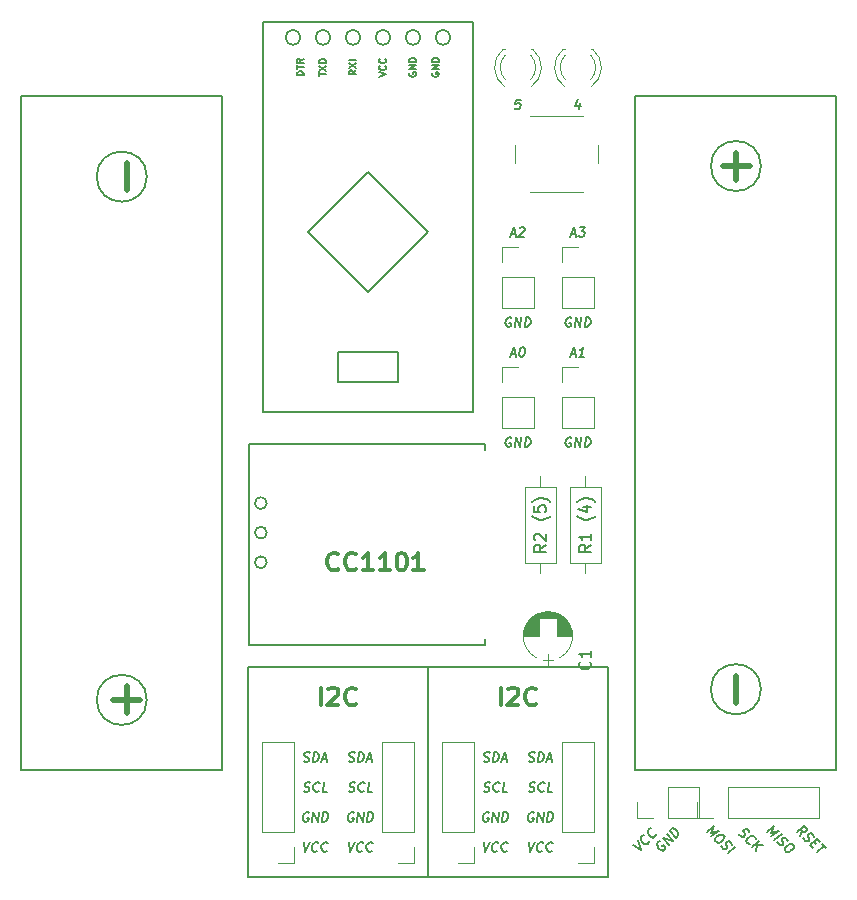
<source format=gbr>
G04 #@! TF.FileFunction,Legend,Top*
%FSLAX46Y46*%
G04 Gerber Fmt 4.6, Leading zero omitted, Abs format (unit mm)*
G04 Created by KiCad (PCBNEW 4.0.7) date 04/25/18 22:19:43*
%MOMM*%
%LPD*%
G01*
G04 APERTURE LIST*
%ADD10C,0.100000*%
%ADD11C,0.150000*%
%ADD12C,0.300000*%
%ADD13C,0.200000*%
%ADD14C,0.120000*%
%ADD15C,0.500000*%
G04 APERTURE END LIST*
D10*
D11*
X148407381Y-122975476D02*
X147931190Y-123308810D01*
X148407381Y-123546905D02*
X147407381Y-123546905D01*
X147407381Y-123165952D01*
X147455000Y-123070714D01*
X147502619Y-123023095D01*
X147597857Y-122975476D01*
X147740714Y-122975476D01*
X147835952Y-123023095D01*
X147883571Y-123070714D01*
X147931190Y-123165952D01*
X147931190Y-123546905D01*
X147502619Y-122594524D02*
X147455000Y-122546905D01*
X147407381Y-122451667D01*
X147407381Y-122213571D01*
X147455000Y-122118333D01*
X147502619Y-122070714D01*
X147597857Y-122023095D01*
X147693095Y-122023095D01*
X147835952Y-122070714D01*
X148407381Y-122642143D01*
X148407381Y-122023095D01*
X148788333Y-120546904D02*
X148740714Y-120594524D01*
X148597857Y-120689762D01*
X148502619Y-120737381D01*
X148359762Y-120785000D01*
X148121667Y-120832619D01*
X147931190Y-120832619D01*
X147693095Y-120785000D01*
X147550238Y-120737381D01*
X147455000Y-120689762D01*
X147312143Y-120594524D01*
X147264524Y-120546904D01*
X147407381Y-119689761D02*
X147407381Y-120165952D01*
X147883571Y-120213571D01*
X147835952Y-120165952D01*
X147788333Y-120070714D01*
X147788333Y-119832618D01*
X147835952Y-119737380D01*
X147883571Y-119689761D01*
X147978810Y-119642142D01*
X148216905Y-119642142D01*
X148312143Y-119689761D01*
X148359762Y-119737380D01*
X148407381Y-119832618D01*
X148407381Y-120070714D01*
X148359762Y-120165952D01*
X148312143Y-120213571D01*
X148788333Y-119308809D02*
X148740714Y-119261190D01*
X148597857Y-119165952D01*
X148502619Y-119118333D01*
X148359762Y-119070714D01*
X148121667Y-119023095D01*
X147931190Y-119023095D01*
X147693095Y-119070714D01*
X147550238Y-119118333D01*
X147455000Y-119165952D01*
X147312143Y-119261190D01*
X147264524Y-119308809D01*
X152217381Y-122975476D02*
X151741190Y-123308810D01*
X152217381Y-123546905D02*
X151217381Y-123546905D01*
X151217381Y-123165952D01*
X151265000Y-123070714D01*
X151312619Y-123023095D01*
X151407857Y-122975476D01*
X151550714Y-122975476D01*
X151645952Y-123023095D01*
X151693571Y-123070714D01*
X151741190Y-123165952D01*
X151741190Y-123546905D01*
X152217381Y-122023095D02*
X152217381Y-122594524D01*
X152217381Y-122308810D02*
X151217381Y-122308810D01*
X151360238Y-122404048D01*
X151455476Y-122499286D01*
X151503095Y-122594524D01*
X152598333Y-120546904D02*
X152550714Y-120594524D01*
X152407857Y-120689762D01*
X152312619Y-120737381D01*
X152169762Y-120785000D01*
X151931667Y-120832619D01*
X151741190Y-120832619D01*
X151503095Y-120785000D01*
X151360238Y-120737381D01*
X151265000Y-120689762D01*
X151122143Y-120594524D01*
X151074524Y-120546904D01*
X151550714Y-119737380D02*
X152217381Y-119737380D01*
X151169762Y-119975476D02*
X151884048Y-120213571D01*
X151884048Y-119594523D01*
X152598333Y-119308809D02*
X152550714Y-119261190D01*
X152407857Y-119165952D01*
X152312619Y-119118333D01*
X152169762Y-119070714D01*
X151931667Y-119023095D01*
X151741190Y-119023095D01*
X151503095Y-119070714D01*
X151360238Y-119118333D01*
X151265000Y-119165952D01*
X151122143Y-119261190D01*
X151074524Y-119308809D01*
D12*
X130842144Y-124995714D02*
X130770715Y-125067143D01*
X130556429Y-125138571D01*
X130413572Y-125138571D01*
X130199287Y-125067143D01*
X130056429Y-124924286D01*
X129985001Y-124781429D01*
X129913572Y-124495714D01*
X129913572Y-124281429D01*
X129985001Y-123995714D01*
X130056429Y-123852857D01*
X130199287Y-123710000D01*
X130413572Y-123638571D01*
X130556429Y-123638571D01*
X130770715Y-123710000D01*
X130842144Y-123781429D01*
X132342144Y-124995714D02*
X132270715Y-125067143D01*
X132056429Y-125138571D01*
X131913572Y-125138571D01*
X131699287Y-125067143D01*
X131556429Y-124924286D01*
X131485001Y-124781429D01*
X131413572Y-124495714D01*
X131413572Y-124281429D01*
X131485001Y-123995714D01*
X131556429Y-123852857D01*
X131699287Y-123710000D01*
X131913572Y-123638571D01*
X132056429Y-123638571D01*
X132270715Y-123710000D01*
X132342144Y-123781429D01*
X133770715Y-125138571D02*
X132913572Y-125138571D01*
X133342144Y-125138571D02*
X133342144Y-123638571D01*
X133199287Y-123852857D01*
X133056429Y-123995714D01*
X132913572Y-124067143D01*
X135199286Y-125138571D02*
X134342143Y-125138571D01*
X134770715Y-125138571D02*
X134770715Y-123638571D01*
X134627858Y-123852857D01*
X134485000Y-123995714D01*
X134342143Y-124067143D01*
X136127857Y-123638571D02*
X136270714Y-123638571D01*
X136413571Y-123710000D01*
X136485000Y-123781429D01*
X136556429Y-123924286D01*
X136627857Y-124210000D01*
X136627857Y-124567143D01*
X136556429Y-124852857D01*
X136485000Y-124995714D01*
X136413571Y-125067143D01*
X136270714Y-125138571D01*
X136127857Y-125138571D01*
X135985000Y-125067143D01*
X135913571Y-124995714D01*
X135842143Y-124852857D01*
X135770714Y-124567143D01*
X135770714Y-124210000D01*
X135842143Y-123924286D01*
X135913571Y-123781429D01*
X135985000Y-123710000D01*
X136127857Y-123638571D01*
X138056428Y-125138571D02*
X137199285Y-125138571D01*
X137627857Y-125138571D02*
X137627857Y-123638571D01*
X137485000Y-123852857D01*
X137342142Y-123995714D01*
X137199285Y-124067143D01*
X144585715Y-136568571D02*
X144585715Y-135068571D01*
X145228572Y-135211429D02*
X145300001Y-135140000D01*
X145442858Y-135068571D01*
X145800001Y-135068571D01*
X145942858Y-135140000D01*
X146014287Y-135211429D01*
X146085715Y-135354286D01*
X146085715Y-135497143D01*
X146014287Y-135711429D01*
X145157144Y-136568571D01*
X146085715Y-136568571D01*
X147585715Y-136425714D02*
X147514286Y-136497143D01*
X147300000Y-136568571D01*
X147157143Y-136568571D01*
X146942858Y-136497143D01*
X146800000Y-136354286D01*
X146728572Y-136211429D01*
X146657143Y-135925714D01*
X146657143Y-135711429D01*
X146728572Y-135425714D01*
X146800000Y-135282857D01*
X146942858Y-135140000D01*
X147157143Y-135068571D01*
X147300000Y-135068571D01*
X147514286Y-135140000D01*
X147585715Y-135211429D01*
X129345715Y-136568571D02*
X129345715Y-135068571D01*
X129988572Y-135211429D02*
X130060001Y-135140000D01*
X130202858Y-135068571D01*
X130560001Y-135068571D01*
X130702858Y-135140000D01*
X130774287Y-135211429D01*
X130845715Y-135354286D01*
X130845715Y-135497143D01*
X130774287Y-135711429D01*
X129917144Y-136568571D01*
X130845715Y-136568571D01*
X132345715Y-136425714D02*
X132274286Y-136497143D01*
X132060000Y-136568571D01*
X131917143Y-136568571D01*
X131702858Y-136497143D01*
X131560000Y-136354286D01*
X131488572Y-136211429D01*
X131417143Y-135925714D01*
X131417143Y-135711429D01*
X131488572Y-135425714D01*
X131560000Y-135282857D01*
X131702858Y-135140000D01*
X131917143Y-135068571D01*
X132060000Y-135068571D01*
X132274286Y-135140000D01*
X132345715Y-135211429D01*
D11*
X169961421Y-147613232D02*
X170075905Y-147188967D01*
X169638172Y-147289983D02*
X170274568Y-146795008D01*
X170490067Y-147010508D01*
X170513638Y-147087953D01*
X170510271Y-147138460D01*
X170476598Y-147212538D01*
X170385686Y-147283249D01*
X170298139Y-147303452D01*
X170240897Y-147300085D01*
X170156718Y-147269780D01*
X169941218Y-147054280D01*
X170207225Y-147805161D02*
X170257733Y-147909544D01*
X170392420Y-148044231D01*
X170476598Y-148074535D01*
X170533842Y-148077902D01*
X170621388Y-148057699D01*
X170681997Y-148010558D01*
X170715668Y-147936481D01*
X170719035Y-147885973D01*
X170695466Y-147808528D01*
X170618021Y-147677208D01*
X170594450Y-147599763D01*
X170597817Y-147549256D01*
X170631490Y-147475178D01*
X170692098Y-147428037D01*
X170779645Y-147407834D01*
X170836886Y-147411201D01*
X170921066Y-147441506D01*
X171055753Y-147576193D01*
X171106261Y-147680575D01*
X171075956Y-148135144D02*
X171264518Y-148323706D01*
X171011980Y-148663791D02*
X170742606Y-148394417D01*
X171379002Y-147899442D01*
X171648376Y-148168816D01*
X171810000Y-148330440D02*
X172133249Y-148653689D01*
X171335229Y-148987040D02*
X171971625Y-148492065D01*
X167098172Y-147289983D02*
X167734568Y-146795008D01*
X167468562Y-147337123D01*
X168111692Y-147172132D01*
X167475296Y-147667107D01*
X167744670Y-147936481D02*
X168381066Y-147441506D01*
X168017411Y-148155347D02*
X168067919Y-148259730D01*
X168202606Y-148394417D01*
X168286785Y-148424721D01*
X168344028Y-148428088D01*
X168431574Y-148407886D01*
X168492183Y-148360744D01*
X168525855Y-148286667D01*
X168529221Y-148236159D01*
X168505652Y-148158714D01*
X168428207Y-148027394D01*
X168404636Y-147949949D01*
X168408003Y-147899442D01*
X168441676Y-147825364D01*
X168502284Y-147778223D01*
X168589831Y-147758020D01*
X168647073Y-147761387D01*
X168731252Y-147791692D01*
X168865939Y-147926379D01*
X168916447Y-148030762D01*
X169296938Y-148357378D02*
X169404687Y-148465127D01*
X169428258Y-148542573D01*
X169421523Y-148643587D01*
X169327243Y-148764806D01*
X169115110Y-148929797D01*
X168966955Y-148997141D01*
X168852471Y-148990407D01*
X168768291Y-148960102D01*
X168660541Y-148852352D01*
X168636971Y-148774908D01*
X168643706Y-148673892D01*
X168737987Y-148552674D01*
X168950119Y-148387682D01*
X169098275Y-148320338D01*
X169212759Y-148327073D01*
X169296938Y-148357378D01*
X164750101Y-147428038D02*
X164800609Y-147532420D01*
X164935296Y-147667107D01*
X165019475Y-147697412D01*
X165076718Y-147700779D01*
X165164264Y-147680576D01*
X165224873Y-147633435D01*
X165258545Y-147559357D01*
X165261912Y-147508850D01*
X165238342Y-147431404D01*
X165160897Y-147300085D01*
X165137326Y-147222640D01*
X165140694Y-147172132D01*
X165174366Y-147098054D01*
X165234974Y-147050914D01*
X165322521Y-147030710D01*
X165379763Y-147034078D01*
X165463943Y-147064383D01*
X165598630Y-147199070D01*
X165649137Y-147303452D01*
X165669341Y-148293402D02*
X165612098Y-148290035D01*
X165500982Y-148232793D01*
X165447107Y-148178918D01*
X165396599Y-148074536D01*
X165403334Y-147973520D01*
X165437005Y-147899442D01*
X165531286Y-147778224D01*
X165622200Y-147707513D01*
X165770355Y-147640169D01*
X165857902Y-147619966D01*
X165972386Y-147626701D01*
X166083503Y-147683943D01*
X166137378Y-147737818D01*
X166187886Y-147842200D01*
X166184518Y-147892707D01*
X165851168Y-148582979D02*
X166487564Y-148088004D01*
X166174417Y-148906228D02*
X166295635Y-148380948D01*
X166810813Y-148411253D02*
X166123909Y-148370847D01*
X162018172Y-147289983D02*
X162654568Y-146795008D01*
X162388562Y-147337123D01*
X163031692Y-147172132D01*
X162395296Y-147667107D01*
X163408816Y-147549256D02*
X163516565Y-147657005D01*
X163540136Y-147734451D01*
X163533402Y-147835465D01*
X163439121Y-147956684D01*
X163226988Y-148121675D01*
X163078833Y-148189019D01*
X162964349Y-148182285D01*
X162880169Y-148151980D01*
X162772420Y-148044231D01*
X162748850Y-147966786D01*
X162755584Y-147865770D01*
X162849865Y-147744552D01*
X163061997Y-147579560D01*
X163210153Y-147512216D01*
X163324637Y-147518951D01*
X163408816Y-147549256D01*
X163260660Y-148478596D02*
X163311168Y-148582979D01*
X163445855Y-148717666D01*
X163530034Y-148747970D01*
X163587277Y-148751337D01*
X163674823Y-148731135D01*
X163735432Y-148683993D01*
X163769104Y-148609916D01*
X163772470Y-148559408D01*
X163748901Y-148481963D01*
X163671456Y-148350643D01*
X163647885Y-148273198D01*
X163651252Y-148222691D01*
X163684925Y-148148613D01*
X163745533Y-148101472D01*
X163833080Y-148081269D01*
X163890321Y-148084636D01*
X163974501Y-148114941D01*
X164109188Y-148249628D01*
X164159696Y-148354010D01*
X163796041Y-149067852D02*
X164432437Y-148572877D01*
X158071515Y-148067800D02*
X157994070Y-148091370D01*
X157913258Y-148172182D01*
X157856016Y-148283299D01*
X157849280Y-148397783D01*
X157869484Y-148485330D01*
X157936828Y-148633485D01*
X158007539Y-148724399D01*
X158128756Y-148818681D01*
X158202834Y-148852352D01*
X158303850Y-148859086D01*
X158408233Y-148808578D01*
X158462107Y-148754704D01*
X158519350Y-148643587D01*
X158522716Y-148586345D01*
X158357725Y-148374213D01*
X158249975Y-148481963D01*
X158812293Y-148404518D02*
X158317319Y-147768122D01*
X159135542Y-148081269D01*
X158640567Y-147444873D01*
X159404916Y-147811895D02*
X158909941Y-147175499D01*
X159044628Y-147040812D01*
X159149010Y-146990304D01*
X159250026Y-146997038D01*
X159324104Y-147030710D01*
X159445322Y-147124991D01*
X159516033Y-147215905D01*
X159583376Y-147364061D01*
X159603580Y-147451606D01*
X159596845Y-147566091D01*
X159539603Y-147677208D01*
X159404916Y-147811895D01*
X155819695Y-148360745D02*
X156503232Y-148808579D01*
X156196819Y-147983621D01*
X157156464Y-148047597D02*
X157153097Y-148104839D01*
X157095855Y-148215956D01*
X157041980Y-148269831D01*
X156937598Y-148320339D01*
X156836582Y-148313604D01*
X156762504Y-148279933D01*
X156641286Y-148185652D01*
X156570575Y-148094738D01*
X156503231Y-147946583D01*
X156483028Y-147859036D01*
X156489763Y-147744552D01*
X156547005Y-147633435D01*
X156600880Y-147579560D01*
X156705262Y-147529052D01*
X156755769Y-147532420D01*
X157722149Y-147481912D02*
X157718782Y-147539154D01*
X157661540Y-147650271D01*
X157607666Y-147704145D01*
X157503283Y-147754653D01*
X157402267Y-147747919D01*
X157328189Y-147714248D01*
X157206971Y-147619966D01*
X157136261Y-147529052D01*
X157068917Y-147380897D01*
X157048713Y-147293350D01*
X157055448Y-147178866D01*
X157112691Y-147067749D01*
X157166565Y-147013875D01*
X157270948Y-146963367D01*
X157321455Y-146966734D01*
X146295239Y-85286905D02*
X145914286Y-85286905D01*
X145828572Y-85667857D01*
X145871429Y-85629762D01*
X145952382Y-85591667D01*
X146142858Y-85591667D01*
X146214286Y-85629762D01*
X146247620Y-85667857D01*
X146276191Y-85744048D01*
X146252382Y-85934524D01*
X146204763Y-86010714D01*
X146161905Y-86048810D01*
X146080953Y-86086905D01*
X145890477Y-86086905D01*
X145819048Y-86048810D01*
X145785715Y-86010714D01*
X151303810Y-85553571D02*
X151237143Y-86086905D01*
X151151429Y-85248810D02*
X150889524Y-85820238D01*
X151384762Y-85820238D01*
X150541905Y-96653333D02*
X150922857Y-96653333D01*
X150437143Y-96881905D02*
X150803810Y-96081905D01*
X150970477Y-96881905D01*
X151260953Y-96081905D02*
X151756191Y-96081905D01*
X151451429Y-96386667D01*
X151565715Y-96386667D01*
X151637143Y-96424762D01*
X151670477Y-96462857D01*
X151699048Y-96539048D01*
X151675239Y-96729524D01*
X151627620Y-96805714D01*
X151584762Y-96843810D01*
X151503810Y-96881905D01*
X151275238Y-96881905D01*
X151203810Y-96843810D01*
X151170477Y-96805714D01*
X145461905Y-96653333D02*
X145842857Y-96653333D01*
X145357143Y-96881905D02*
X145723810Y-96081905D01*
X145890477Y-96881905D01*
X146209524Y-96158095D02*
X146252381Y-96120000D01*
X146333334Y-96081905D01*
X146523810Y-96081905D01*
X146595238Y-96120000D01*
X146628572Y-96158095D01*
X146657143Y-96234286D01*
X146647620Y-96310476D01*
X146595239Y-96424762D01*
X146080953Y-96881905D01*
X146576191Y-96881905D01*
X150541905Y-106813333D02*
X150922857Y-106813333D01*
X150437143Y-107041905D02*
X150803810Y-106241905D01*
X150970477Y-107041905D01*
X151656191Y-107041905D02*
X151199048Y-107041905D01*
X151427619Y-107041905D02*
X151527619Y-106241905D01*
X151437143Y-106356190D01*
X151351428Y-106432381D01*
X151270477Y-106470476D01*
X145461905Y-106813333D02*
X145842857Y-106813333D01*
X145357143Y-107041905D02*
X145723810Y-106241905D01*
X145890477Y-107041905D01*
X146409524Y-106241905D02*
X146485715Y-106241905D01*
X146557143Y-106280000D01*
X146590476Y-106318095D01*
X146619048Y-106394286D01*
X146638096Y-106546667D01*
X146614286Y-106737143D01*
X146557144Y-106889524D01*
X146509524Y-106965714D01*
X146466667Y-107003810D01*
X146385715Y-107041905D01*
X146309524Y-107041905D01*
X146238096Y-107003810D01*
X146204762Y-106965714D01*
X146176191Y-106889524D01*
X146157143Y-106737143D01*
X146180953Y-106546667D01*
X146238095Y-106394286D01*
X146285714Y-106318095D01*
X146328572Y-106280000D01*
X146409524Y-106241905D01*
X145490477Y-103740000D02*
X145419048Y-103701905D01*
X145304763Y-103701905D01*
X145185715Y-103740000D01*
X145100000Y-103816190D01*
X145052381Y-103892381D01*
X144995239Y-104044762D01*
X144980953Y-104159048D01*
X145000000Y-104311429D01*
X145028572Y-104387619D01*
X145095239Y-104463810D01*
X145204763Y-104501905D01*
X145280953Y-104501905D01*
X145400001Y-104463810D01*
X145442858Y-104425714D01*
X145476191Y-104159048D01*
X145323810Y-104159048D01*
X145776191Y-104501905D02*
X145876191Y-103701905D01*
X146233334Y-104501905D01*
X146333334Y-103701905D01*
X146614286Y-104501905D02*
X146714286Y-103701905D01*
X146904762Y-103701905D01*
X147014286Y-103740000D01*
X147080953Y-103816190D01*
X147109524Y-103892381D01*
X147128572Y-104044762D01*
X147114286Y-104159048D01*
X147057143Y-104311429D01*
X147009525Y-104387619D01*
X146923810Y-104463810D01*
X146804762Y-104501905D01*
X146614286Y-104501905D01*
X150570477Y-103740000D02*
X150499048Y-103701905D01*
X150384763Y-103701905D01*
X150265715Y-103740000D01*
X150180000Y-103816190D01*
X150132381Y-103892381D01*
X150075239Y-104044762D01*
X150060953Y-104159048D01*
X150080000Y-104311429D01*
X150108572Y-104387619D01*
X150175239Y-104463810D01*
X150284763Y-104501905D01*
X150360953Y-104501905D01*
X150480001Y-104463810D01*
X150522858Y-104425714D01*
X150556191Y-104159048D01*
X150403810Y-104159048D01*
X150856191Y-104501905D02*
X150956191Y-103701905D01*
X151313334Y-104501905D01*
X151413334Y-103701905D01*
X151694286Y-104501905D02*
X151794286Y-103701905D01*
X151984762Y-103701905D01*
X152094286Y-103740000D01*
X152160953Y-103816190D01*
X152189524Y-103892381D01*
X152208572Y-104044762D01*
X152194286Y-104159048D01*
X152137143Y-104311429D01*
X152089525Y-104387619D01*
X152003810Y-104463810D01*
X151884762Y-104501905D01*
X151694286Y-104501905D01*
X150570477Y-113900000D02*
X150499048Y-113861905D01*
X150384763Y-113861905D01*
X150265715Y-113900000D01*
X150180000Y-113976190D01*
X150132381Y-114052381D01*
X150075239Y-114204762D01*
X150060953Y-114319048D01*
X150080000Y-114471429D01*
X150108572Y-114547619D01*
X150175239Y-114623810D01*
X150284763Y-114661905D01*
X150360953Y-114661905D01*
X150480001Y-114623810D01*
X150522858Y-114585714D01*
X150556191Y-114319048D01*
X150403810Y-114319048D01*
X150856191Y-114661905D02*
X150956191Y-113861905D01*
X151313334Y-114661905D01*
X151413334Y-113861905D01*
X151694286Y-114661905D02*
X151794286Y-113861905D01*
X151984762Y-113861905D01*
X152094286Y-113900000D01*
X152160953Y-113976190D01*
X152189524Y-114052381D01*
X152208572Y-114204762D01*
X152194286Y-114319048D01*
X152137143Y-114471429D01*
X152089525Y-114547619D01*
X152003810Y-114623810D01*
X151884762Y-114661905D01*
X151694286Y-114661905D01*
X145490477Y-113900000D02*
X145419048Y-113861905D01*
X145304763Y-113861905D01*
X145185715Y-113900000D01*
X145100000Y-113976190D01*
X145052381Y-114052381D01*
X144995239Y-114204762D01*
X144980953Y-114319048D01*
X145000000Y-114471429D01*
X145028572Y-114547619D01*
X145095239Y-114623810D01*
X145204763Y-114661905D01*
X145280953Y-114661905D01*
X145400001Y-114623810D01*
X145442858Y-114585714D01*
X145476191Y-114319048D01*
X145323810Y-114319048D01*
X145776191Y-114661905D02*
X145876191Y-113861905D01*
X146233334Y-114661905D01*
X146333334Y-113861905D01*
X146614286Y-114661905D02*
X146714286Y-113861905D01*
X146904762Y-113861905D01*
X147014286Y-113900000D01*
X147080953Y-113976190D01*
X147109524Y-114052381D01*
X147128572Y-114204762D01*
X147114286Y-114319048D01*
X147057143Y-114471429D01*
X147009525Y-114547619D01*
X146923810Y-114623810D01*
X146804762Y-114661905D01*
X146614286Y-114661905D01*
X146943095Y-148151905D02*
X147109762Y-148951905D01*
X147476429Y-148151905D01*
X148109762Y-148875714D02*
X148066905Y-148913810D01*
X147947857Y-148951905D01*
X147871667Y-148951905D01*
X147762143Y-148913810D01*
X147695476Y-148837619D01*
X147666904Y-148761429D01*
X147647857Y-148609048D01*
X147662143Y-148494762D01*
X147719285Y-148342381D01*
X147766904Y-148266190D01*
X147852619Y-148190000D01*
X147971667Y-148151905D01*
X148047857Y-148151905D01*
X148157381Y-148190000D01*
X148190714Y-148228095D01*
X148909762Y-148875714D02*
X148866905Y-148913810D01*
X148747857Y-148951905D01*
X148671667Y-148951905D01*
X148562143Y-148913810D01*
X148495476Y-148837619D01*
X148466904Y-148761429D01*
X148447857Y-148609048D01*
X148462143Y-148494762D01*
X148519285Y-148342381D01*
X148566904Y-148266190D01*
X148652619Y-148190000D01*
X148771667Y-148151905D01*
X148847857Y-148151905D01*
X148957381Y-148190000D01*
X148990714Y-148228095D01*
X147395477Y-145650000D02*
X147324048Y-145611905D01*
X147209763Y-145611905D01*
X147090715Y-145650000D01*
X147005000Y-145726190D01*
X146957381Y-145802381D01*
X146900239Y-145954762D01*
X146885953Y-146069048D01*
X146905000Y-146221429D01*
X146933572Y-146297619D01*
X147000239Y-146373810D01*
X147109763Y-146411905D01*
X147185953Y-146411905D01*
X147305001Y-146373810D01*
X147347858Y-146335714D01*
X147381191Y-146069048D01*
X147228810Y-146069048D01*
X147681191Y-146411905D02*
X147781191Y-145611905D01*
X148138334Y-146411905D01*
X148238334Y-145611905D01*
X148519286Y-146411905D02*
X148619286Y-145611905D01*
X148809762Y-145611905D01*
X148919286Y-145650000D01*
X148985953Y-145726190D01*
X149014524Y-145802381D01*
X149033572Y-145954762D01*
X149019286Y-146069048D01*
X148962143Y-146221429D01*
X148914525Y-146297619D01*
X148828810Y-146373810D01*
X148709762Y-146411905D01*
X148519286Y-146411905D01*
X146962143Y-143833810D02*
X147071667Y-143871905D01*
X147262143Y-143871905D01*
X147343095Y-143833810D01*
X147385953Y-143795714D01*
X147433572Y-143719524D01*
X147443095Y-143643333D01*
X147414524Y-143567143D01*
X147381190Y-143529048D01*
X147309762Y-143490952D01*
X147162143Y-143452857D01*
X147090714Y-143414762D01*
X147057381Y-143376667D01*
X147028810Y-143300476D01*
X147038333Y-143224286D01*
X147085952Y-143148095D01*
X147128809Y-143110000D01*
X147209762Y-143071905D01*
X147400238Y-143071905D01*
X147509762Y-143110000D01*
X148224048Y-143795714D02*
X148181191Y-143833810D01*
X148062143Y-143871905D01*
X147985953Y-143871905D01*
X147876429Y-143833810D01*
X147809762Y-143757619D01*
X147781190Y-143681429D01*
X147762143Y-143529048D01*
X147776429Y-143414762D01*
X147833571Y-143262381D01*
X147881190Y-143186190D01*
X147966905Y-143110000D01*
X148085953Y-143071905D01*
X148162143Y-143071905D01*
X148271667Y-143110000D01*
X148305000Y-143148095D01*
X148938334Y-143871905D02*
X148557381Y-143871905D01*
X148657381Y-143071905D01*
X146943096Y-141293810D02*
X147052620Y-141331905D01*
X147243096Y-141331905D01*
X147324048Y-141293810D01*
X147366906Y-141255714D01*
X147414525Y-141179524D01*
X147424048Y-141103333D01*
X147395477Y-141027143D01*
X147362143Y-140989048D01*
X147290715Y-140950952D01*
X147143096Y-140912857D01*
X147071667Y-140874762D01*
X147038334Y-140836667D01*
X147009763Y-140760476D01*
X147019286Y-140684286D01*
X147066905Y-140608095D01*
X147109762Y-140570000D01*
X147190715Y-140531905D01*
X147381191Y-140531905D01*
X147490715Y-140570000D01*
X147738334Y-141331905D02*
X147838334Y-140531905D01*
X148028810Y-140531905D01*
X148138334Y-140570000D01*
X148205001Y-140646190D01*
X148233572Y-140722381D01*
X148252620Y-140874762D01*
X148238334Y-140989048D01*
X148181191Y-141141429D01*
X148133573Y-141217619D01*
X148047858Y-141293810D01*
X147928810Y-141331905D01*
X147738334Y-141331905D01*
X148528810Y-141103333D02*
X148909762Y-141103333D01*
X148424048Y-141331905D02*
X148790715Y-140531905D01*
X148957382Y-141331905D01*
X143133095Y-148151905D02*
X143299762Y-148951905D01*
X143666429Y-148151905D01*
X144299762Y-148875714D02*
X144256905Y-148913810D01*
X144137857Y-148951905D01*
X144061667Y-148951905D01*
X143952143Y-148913810D01*
X143885476Y-148837619D01*
X143856904Y-148761429D01*
X143837857Y-148609048D01*
X143852143Y-148494762D01*
X143909285Y-148342381D01*
X143956904Y-148266190D01*
X144042619Y-148190000D01*
X144161667Y-148151905D01*
X144237857Y-148151905D01*
X144347381Y-148190000D01*
X144380714Y-148228095D01*
X145099762Y-148875714D02*
X145056905Y-148913810D01*
X144937857Y-148951905D01*
X144861667Y-148951905D01*
X144752143Y-148913810D01*
X144685476Y-148837619D01*
X144656904Y-148761429D01*
X144637857Y-148609048D01*
X144652143Y-148494762D01*
X144709285Y-148342381D01*
X144756904Y-148266190D01*
X144842619Y-148190000D01*
X144961667Y-148151905D01*
X145037857Y-148151905D01*
X145147381Y-148190000D01*
X145180714Y-148228095D01*
X143585477Y-145650000D02*
X143514048Y-145611905D01*
X143399763Y-145611905D01*
X143280715Y-145650000D01*
X143195000Y-145726190D01*
X143147381Y-145802381D01*
X143090239Y-145954762D01*
X143075953Y-146069048D01*
X143095000Y-146221429D01*
X143123572Y-146297619D01*
X143190239Y-146373810D01*
X143299763Y-146411905D01*
X143375953Y-146411905D01*
X143495001Y-146373810D01*
X143537858Y-146335714D01*
X143571191Y-146069048D01*
X143418810Y-146069048D01*
X143871191Y-146411905D02*
X143971191Y-145611905D01*
X144328334Y-146411905D01*
X144428334Y-145611905D01*
X144709286Y-146411905D02*
X144809286Y-145611905D01*
X144999762Y-145611905D01*
X145109286Y-145650000D01*
X145175953Y-145726190D01*
X145204524Y-145802381D01*
X145223572Y-145954762D01*
X145209286Y-146069048D01*
X145152143Y-146221429D01*
X145104525Y-146297619D01*
X145018810Y-146373810D01*
X144899762Y-146411905D01*
X144709286Y-146411905D01*
X143152143Y-143833810D02*
X143261667Y-143871905D01*
X143452143Y-143871905D01*
X143533095Y-143833810D01*
X143575953Y-143795714D01*
X143623572Y-143719524D01*
X143633095Y-143643333D01*
X143604524Y-143567143D01*
X143571190Y-143529048D01*
X143499762Y-143490952D01*
X143352143Y-143452857D01*
X143280714Y-143414762D01*
X143247381Y-143376667D01*
X143218810Y-143300476D01*
X143228333Y-143224286D01*
X143275952Y-143148095D01*
X143318809Y-143110000D01*
X143399762Y-143071905D01*
X143590238Y-143071905D01*
X143699762Y-143110000D01*
X144414048Y-143795714D02*
X144371191Y-143833810D01*
X144252143Y-143871905D01*
X144175953Y-143871905D01*
X144066429Y-143833810D01*
X143999762Y-143757619D01*
X143971190Y-143681429D01*
X143952143Y-143529048D01*
X143966429Y-143414762D01*
X144023571Y-143262381D01*
X144071190Y-143186190D01*
X144156905Y-143110000D01*
X144275953Y-143071905D01*
X144352143Y-143071905D01*
X144461667Y-143110000D01*
X144495000Y-143148095D01*
X145128334Y-143871905D02*
X144747381Y-143871905D01*
X144847381Y-143071905D01*
X143133096Y-141293810D02*
X143242620Y-141331905D01*
X143433096Y-141331905D01*
X143514048Y-141293810D01*
X143556906Y-141255714D01*
X143604525Y-141179524D01*
X143614048Y-141103333D01*
X143585477Y-141027143D01*
X143552143Y-140989048D01*
X143480715Y-140950952D01*
X143333096Y-140912857D01*
X143261667Y-140874762D01*
X143228334Y-140836667D01*
X143199763Y-140760476D01*
X143209286Y-140684286D01*
X143256905Y-140608095D01*
X143299762Y-140570000D01*
X143380715Y-140531905D01*
X143571191Y-140531905D01*
X143680715Y-140570000D01*
X143928334Y-141331905D02*
X144028334Y-140531905D01*
X144218810Y-140531905D01*
X144328334Y-140570000D01*
X144395001Y-140646190D01*
X144423572Y-140722381D01*
X144442620Y-140874762D01*
X144428334Y-140989048D01*
X144371191Y-141141429D01*
X144323573Y-141217619D01*
X144237858Y-141293810D01*
X144118810Y-141331905D01*
X143928334Y-141331905D01*
X144718810Y-141103333D02*
X145099762Y-141103333D01*
X144614048Y-141331905D02*
X144980715Y-140531905D01*
X145147382Y-141331905D01*
X131703096Y-141293810D02*
X131812620Y-141331905D01*
X132003096Y-141331905D01*
X132084048Y-141293810D01*
X132126906Y-141255714D01*
X132174525Y-141179524D01*
X132184048Y-141103333D01*
X132155477Y-141027143D01*
X132122143Y-140989048D01*
X132050715Y-140950952D01*
X131903096Y-140912857D01*
X131831667Y-140874762D01*
X131798334Y-140836667D01*
X131769763Y-140760476D01*
X131779286Y-140684286D01*
X131826905Y-140608095D01*
X131869762Y-140570000D01*
X131950715Y-140531905D01*
X132141191Y-140531905D01*
X132250715Y-140570000D01*
X132498334Y-141331905D02*
X132598334Y-140531905D01*
X132788810Y-140531905D01*
X132898334Y-140570000D01*
X132965001Y-140646190D01*
X132993572Y-140722381D01*
X133012620Y-140874762D01*
X132998334Y-140989048D01*
X132941191Y-141141429D01*
X132893573Y-141217619D01*
X132807858Y-141293810D01*
X132688810Y-141331905D01*
X132498334Y-141331905D01*
X133288810Y-141103333D02*
X133669762Y-141103333D01*
X133184048Y-141331905D02*
X133550715Y-140531905D01*
X133717382Y-141331905D01*
X131722143Y-143833810D02*
X131831667Y-143871905D01*
X132022143Y-143871905D01*
X132103095Y-143833810D01*
X132145953Y-143795714D01*
X132193572Y-143719524D01*
X132203095Y-143643333D01*
X132174524Y-143567143D01*
X132141190Y-143529048D01*
X132069762Y-143490952D01*
X131922143Y-143452857D01*
X131850714Y-143414762D01*
X131817381Y-143376667D01*
X131788810Y-143300476D01*
X131798333Y-143224286D01*
X131845952Y-143148095D01*
X131888809Y-143110000D01*
X131969762Y-143071905D01*
X132160238Y-143071905D01*
X132269762Y-143110000D01*
X132984048Y-143795714D02*
X132941191Y-143833810D01*
X132822143Y-143871905D01*
X132745953Y-143871905D01*
X132636429Y-143833810D01*
X132569762Y-143757619D01*
X132541190Y-143681429D01*
X132522143Y-143529048D01*
X132536429Y-143414762D01*
X132593571Y-143262381D01*
X132641190Y-143186190D01*
X132726905Y-143110000D01*
X132845953Y-143071905D01*
X132922143Y-143071905D01*
X133031667Y-143110000D01*
X133065000Y-143148095D01*
X133698334Y-143871905D02*
X133317381Y-143871905D01*
X133417381Y-143071905D01*
X132155477Y-145650000D02*
X132084048Y-145611905D01*
X131969763Y-145611905D01*
X131850715Y-145650000D01*
X131765000Y-145726190D01*
X131717381Y-145802381D01*
X131660239Y-145954762D01*
X131645953Y-146069048D01*
X131665000Y-146221429D01*
X131693572Y-146297619D01*
X131760239Y-146373810D01*
X131869763Y-146411905D01*
X131945953Y-146411905D01*
X132065001Y-146373810D01*
X132107858Y-146335714D01*
X132141191Y-146069048D01*
X131988810Y-146069048D01*
X132441191Y-146411905D02*
X132541191Y-145611905D01*
X132898334Y-146411905D01*
X132998334Y-145611905D01*
X133279286Y-146411905D02*
X133379286Y-145611905D01*
X133569762Y-145611905D01*
X133679286Y-145650000D01*
X133745953Y-145726190D01*
X133774524Y-145802381D01*
X133793572Y-145954762D01*
X133779286Y-146069048D01*
X133722143Y-146221429D01*
X133674525Y-146297619D01*
X133588810Y-146373810D01*
X133469762Y-146411905D01*
X133279286Y-146411905D01*
X131703095Y-148151905D02*
X131869762Y-148951905D01*
X132236429Y-148151905D01*
X132869762Y-148875714D02*
X132826905Y-148913810D01*
X132707857Y-148951905D01*
X132631667Y-148951905D01*
X132522143Y-148913810D01*
X132455476Y-148837619D01*
X132426904Y-148761429D01*
X132407857Y-148609048D01*
X132422143Y-148494762D01*
X132479285Y-148342381D01*
X132526904Y-148266190D01*
X132612619Y-148190000D01*
X132731667Y-148151905D01*
X132807857Y-148151905D01*
X132917381Y-148190000D01*
X132950714Y-148228095D01*
X133669762Y-148875714D02*
X133626905Y-148913810D01*
X133507857Y-148951905D01*
X133431667Y-148951905D01*
X133322143Y-148913810D01*
X133255476Y-148837619D01*
X133226904Y-148761429D01*
X133207857Y-148609048D01*
X133222143Y-148494762D01*
X133279285Y-148342381D01*
X133326904Y-148266190D01*
X133412619Y-148190000D01*
X133531667Y-148151905D01*
X133607857Y-148151905D01*
X133717381Y-148190000D01*
X133750714Y-148228095D01*
X127893095Y-148151905D02*
X128059762Y-148951905D01*
X128426429Y-148151905D01*
X129059762Y-148875714D02*
X129016905Y-148913810D01*
X128897857Y-148951905D01*
X128821667Y-148951905D01*
X128712143Y-148913810D01*
X128645476Y-148837619D01*
X128616904Y-148761429D01*
X128597857Y-148609048D01*
X128612143Y-148494762D01*
X128669285Y-148342381D01*
X128716904Y-148266190D01*
X128802619Y-148190000D01*
X128921667Y-148151905D01*
X128997857Y-148151905D01*
X129107381Y-148190000D01*
X129140714Y-148228095D01*
X129859762Y-148875714D02*
X129816905Y-148913810D01*
X129697857Y-148951905D01*
X129621667Y-148951905D01*
X129512143Y-148913810D01*
X129445476Y-148837619D01*
X129416904Y-148761429D01*
X129397857Y-148609048D01*
X129412143Y-148494762D01*
X129469285Y-148342381D01*
X129516904Y-148266190D01*
X129602619Y-148190000D01*
X129721667Y-148151905D01*
X129797857Y-148151905D01*
X129907381Y-148190000D01*
X129940714Y-148228095D01*
X128345477Y-145650000D02*
X128274048Y-145611905D01*
X128159763Y-145611905D01*
X128040715Y-145650000D01*
X127955000Y-145726190D01*
X127907381Y-145802381D01*
X127850239Y-145954762D01*
X127835953Y-146069048D01*
X127855000Y-146221429D01*
X127883572Y-146297619D01*
X127950239Y-146373810D01*
X128059763Y-146411905D01*
X128135953Y-146411905D01*
X128255001Y-146373810D01*
X128297858Y-146335714D01*
X128331191Y-146069048D01*
X128178810Y-146069048D01*
X128631191Y-146411905D02*
X128731191Y-145611905D01*
X129088334Y-146411905D01*
X129188334Y-145611905D01*
X129469286Y-146411905D02*
X129569286Y-145611905D01*
X129759762Y-145611905D01*
X129869286Y-145650000D01*
X129935953Y-145726190D01*
X129964524Y-145802381D01*
X129983572Y-145954762D01*
X129969286Y-146069048D01*
X129912143Y-146221429D01*
X129864525Y-146297619D01*
X129778810Y-146373810D01*
X129659762Y-146411905D01*
X129469286Y-146411905D01*
X127912143Y-143833810D02*
X128021667Y-143871905D01*
X128212143Y-143871905D01*
X128293095Y-143833810D01*
X128335953Y-143795714D01*
X128383572Y-143719524D01*
X128393095Y-143643333D01*
X128364524Y-143567143D01*
X128331190Y-143529048D01*
X128259762Y-143490952D01*
X128112143Y-143452857D01*
X128040714Y-143414762D01*
X128007381Y-143376667D01*
X127978810Y-143300476D01*
X127988333Y-143224286D01*
X128035952Y-143148095D01*
X128078809Y-143110000D01*
X128159762Y-143071905D01*
X128350238Y-143071905D01*
X128459762Y-143110000D01*
X129174048Y-143795714D02*
X129131191Y-143833810D01*
X129012143Y-143871905D01*
X128935953Y-143871905D01*
X128826429Y-143833810D01*
X128759762Y-143757619D01*
X128731190Y-143681429D01*
X128712143Y-143529048D01*
X128726429Y-143414762D01*
X128783571Y-143262381D01*
X128831190Y-143186190D01*
X128916905Y-143110000D01*
X129035953Y-143071905D01*
X129112143Y-143071905D01*
X129221667Y-143110000D01*
X129255000Y-143148095D01*
X129888334Y-143871905D02*
X129507381Y-143871905D01*
X129607381Y-143071905D01*
X127893096Y-141293810D02*
X128002620Y-141331905D01*
X128193096Y-141331905D01*
X128274048Y-141293810D01*
X128316906Y-141255714D01*
X128364525Y-141179524D01*
X128374048Y-141103333D01*
X128345477Y-141027143D01*
X128312143Y-140989048D01*
X128240715Y-140950952D01*
X128093096Y-140912857D01*
X128021667Y-140874762D01*
X127988334Y-140836667D01*
X127959763Y-140760476D01*
X127969286Y-140684286D01*
X128016905Y-140608095D01*
X128059762Y-140570000D01*
X128140715Y-140531905D01*
X128331191Y-140531905D01*
X128440715Y-140570000D01*
X128688334Y-141331905D02*
X128788334Y-140531905D01*
X128978810Y-140531905D01*
X129088334Y-140570000D01*
X129155001Y-140646190D01*
X129183572Y-140722381D01*
X129202620Y-140874762D01*
X129188334Y-140989048D01*
X129131191Y-141141429D01*
X129083573Y-141217619D01*
X128997858Y-141293810D01*
X128878810Y-141331905D01*
X128688334Y-141331905D01*
X129478810Y-141103333D02*
X129859762Y-141103333D01*
X129374048Y-141331905D02*
X129740715Y-140531905D01*
X129907382Y-141331905D01*
D13*
X138430000Y-133350000D02*
X123190000Y-133350000D01*
X123190000Y-133350000D02*
X123190000Y-151130000D01*
X123190000Y-151130000D02*
X138430000Y-151130000D01*
X138430000Y-151130000D02*
X138430000Y-133350000D01*
X153670000Y-151130000D02*
X153670000Y-133350000D01*
X138430000Y-151130000D02*
X153670000Y-151130000D01*
X138430000Y-133350000D02*
X138430000Y-151130000D01*
X153670000Y-133350000D02*
X138430000Y-133350000D01*
D14*
X147128608Y-84222335D02*
G75*
G03X147285516Y-80990000I-1078608J1672335D01*
G01*
X144971392Y-84222335D02*
G75*
G02X144814484Y-80990000I1078608J1672335D01*
G01*
X147129837Y-83591130D02*
G75*
G03X147130000Y-81509039I-1079837J1041130D01*
G01*
X144970163Y-83591130D02*
G75*
G02X144970000Y-81509039I1079837J1041130D01*
G01*
X147286000Y-80990000D02*
X147130000Y-80990000D01*
X144970000Y-80990000D02*
X144814000Y-80990000D01*
X146645000Y-124495000D02*
X149265000Y-124495000D01*
X149265000Y-124495000D02*
X149265000Y-118075000D01*
X149265000Y-118075000D02*
X146645000Y-118075000D01*
X146645000Y-118075000D02*
X146645000Y-124495000D01*
X147955000Y-125385000D02*
X147955000Y-124495000D01*
X147955000Y-117185000D02*
X147955000Y-118075000D01*
D11*
X143280000Y-114445000D02*
X143280000Y-114945000D01*
X143280000Y-131445000D02*
X143280000Y-130945000D01*
X124780000Y-119445000D02*
G75*
G03X124780000Y-119445000I-500000J0D01*
G01*
X124780000Y-124445000D02*
G75*
G03X124780000Y-124445000I-500000J0D01*
G01*
X124780000Y-121945000D02*
G75*
G03X124780000Y-121945000I-500000J0D01*
G01*
X143280000Y-131445000D02*
X123280000Y-131445000D01*
X123280000Y-131445000D02*
X123280000Y-114445000D01*
X123280000Y-114445000D02*
X143280000Y-114445000D01*
D14*
X147050000Y-93130000D02*
X151550000Y-93130000D01*
X145800000Y-89130000D02*
X145800000Y-90630000D01*
X151550000Y-86630000D02*
X147050000Y-86630000D01*
X152800000Y-90630000D02*
X152800000Y-89130000D01*
X152208608Y-84222335D02*
G75*
G03X152365516Y-80990000I-1078608J1672335D01*
G01*
X150051392Y-84222335D02*
G75*
G02X149894484Y-80990000I1078608J1672335D01*
G01*
X152209837Y-83591130D02*
G75*
G03X152210000Y-81509039I-1079837J1041130D01*
G01*
X150050163Y-83591130D02*
G75*
G02X150050000Y-81509039I1079837J1041130D01*
G01*
X152366000Y-80990000D02*
X152210000Y-80990000D01*
X150050000Y-80990000D02*
X149894000Y-80990000D01*
X161350000Y-146110000D02*
X161350000Y-143450000D01*
X158750000Y-146110000D02*
X161350000Y-146110000D01*
X158750000Y-143450000D02*
X161350000Y-143450000D01*
X158750000Y-146110000D02*
X158750000Y-143450000D01*
X157480000Y-146110000D02*
X156150000Y-146110000D01*
X156150000Y-146110000D02*
X156150000Y-144780000D01*
X152460000Y-139640000D02*
X149800000Y-139640000D01*
X152460000Y-147320000D02*
X152460000Y-139640000D01*
X149800000Y-147320000D02*
X149800000Y-139640000D01*
X152460000Y-147320000D02*
X149800000Y-147320000D01*
X152460000Y-148590000D02*
X152460000Y-149920000D01*
X152460000Y-149920000D02*
X151130000Y-149920000D01*
X127060000Y-139640000D02*
X124400000Y-139640000D01*
X127060000Y-147320000D02*
X127060000Y-139640000D01*
X124400000Y-147320000D02*
X124400000Y-139640000D01*
X127060000Y-147320000D02*
X124400000Y-147320000D01*
X127060000Y-148590000D02*
X127060000Y-149920000D01*
X127060000Y-149920000D02*
X125730000Y-149920000D01*
X171510000Y-146110000D02*
X171510000Y-143450000D01*
X163830000Y-146110000D02*
X171510000Y-146110000D01*
X163830000Y-143450000D02*
X171510000Y-143450000D01*
X163830000Y-146110000D02*
X163830000Y-143450000D01*
X162560000Y-146110000D02*
X161230000Y-146110000D01*
X161230000Y-146110000D02*
X161230000Y-144780000D01*
X150455000Y-124495000D02*
X153075000Y-124495000D01*
X153075000Y-124495000D02*
X153075000Y-118075000D01*
X153075000Y-118075000D02*
X150455000Y-118075000D01*
X150455000Y-118075000D02*
X150455000Y-124495000D01*
X151765000Y-125385000D02*
X151765000Y-124495000D01*
X151765000Y-117185000D02*
X151765000Y-118075000D01*
D11*
X114621320Y-136100000D02*
G75*
G03X114621320Y-136100000I-2121320J0D01*
G01*
X114621320Y-91800000D02*
G75*
G03X114621320Y-91800000I-2121320J0D01*
G01*
X104000000Y-85000000D02*
X121000000Y-85000000D01*
X121000000Y-85000000D02*
X121000000Y-142000000D01*
X121000000Y-142000000D02*
X104000000Y-142000000D01*
X104000000Y-142000000D02*
X104000000Y-85000000D01*
D14*
X144720000Y-113090000D02*
X147380000Y-113090000D01*
X144720000Y-110490000D02*
X144720000Y-113090000D01*
X147380000Y-110490000D02*
X147380000Y-113090000D01*
X144720000Y-110490000D02*
X147380000Y-110490000D01*
X144720000Y-109220000D02*
X144720000Y-107890000D01*
X144720000Y-107890000D02*
X146050000Y-107890000D01*
X149800000Y-113090000D02*
X152460000Y-113090000D01*
X149800000Y-110490000D02*
X149800000Y-113090000D01*
X152460000Y-110490000D02*
X152460000Y-113090000D01*
X149800000Y-110490000D02*
X152460000Y-110490000D01*
X149800000Y-109220000D02*
X149800000Y-107890000D01*
X149800000Y-107890000D02*
X151130000Y-107890000D01*
X144720000Y-102930000D02*
X147380000Y-102930000D01*
X144720000Y-100330000D02*
X144720000Y-102930000D01*
X147380000Y-100330000D02*
X147380000Y-102930000D01*
X144720000Y-100330000D02*
X147380000Y-100330000D01*
X144720000Y-99060000D02*
X144720000Y-97730000D01*
X144720000Y-97730000D02*
X146050000Y-97730000D01*
X149800000Y-102930000D02*
X152460000Y-102930000D01*
X149800000Y-100330000D02*
X149800000Y-102930000D01*
X152460000Y-100330000D02*
X152460000Y-102930000D01*
X149800000Y-100330000D02*
X152460000Y-100330000D01*
X149800000Y-99060000D02*
X149800000Y-97730000D01*
X149800000Y-97730000D02*
X151130000Y-97730000D01*
X142300000Y-139640000D02*
X139640000Y-139640000D01*
X142300000Y-147320000D02*
X142300000Y-139640000D01*
X139640000Y-147320000D02*
X139640000Y-139640000D01*
X142300000Y-147320000D02*
X139640000Y-147320000D01*
X142300000Y-148590000D02*
X142300000Y-149920000D01*
X142300000Y-149920000D02*
X140970000Y-149920000D01*
X137220000Y-139640000D02*
X134560000Y-139640000D01*
X137220000Y-147320000D02*
X137220000Y-139640000D01*
X134560000Y-147320000D02*
X134560000Y-139640000D01*
X137220000Y-147320000D02*
X134560000Y-147320000D01*
X137220000Y-148590000D02*
X137220000Y-149920000D01*
X137220000Y-149920000D02*
X135890000Y-149920000D01*
D11*
X140335000Y-80010000D02*
G75*
G03X140335000Y-80010000I-635000J0D01*
G01*
X137795000Y-80010000D02*
G75*
G03X137795000Y-80010000I-635000J0D01*
G01*
X135255000Y-80010000D02*
G75*
G03X135255000Y-80010000I-635000J0D01*
G01*
X132715000Y-80010000D02*
G75*
G03X132715000Y-80010000I-635000J0D01*
G01*
X130175000Y-80010000D02*
G75*
G03X130175000Y-80010000I-635000J0D01*
G01*
X127635000Y-80010000D02*
G75*
G03X127635000Y-80010000I-635000J0D01*
G01*
X130810000Y-109220000D02*
X135890000Y-109220000D01*
X135890000Y-109220000D02*
X135890000Y-106680000D01*
X135890000Y-106680000D02*
X130810000Y-106680000D01*
X130810000Y-106680000D02*
X130810000Y-109220000D01*
X138430000Y-96520000D02*
X133350000Y-91440000D01*
X133350000Y-91440000D02*
X128270000Y-96520000D01*
X128270000Y-96520000D02*
X133350000Y-101600000D01*
X133350000Y-101600000D02*
X138430000Y-96520000D01*
X142240000Y-111760000D02*
X142240000Y-78740000D01*
X142240000Y-78740000D02*
X124460000Y-78740000D01*
X124460000Y-78740000D02*
X124460000Y-111760000D01*
X124460000Y-111760000D02*
X142240000Y-111760000D01*
D14*
X147610830Y-128848564D02*
G75*
G03X147610000Y-132540996I979170J-1846436D01*
G01*
X149569170Y-128848564D02*
G75*
G02X149570000Y-132540996I-979170J-1846436D01*
G01*
X149569170Y-128848564D02*
G75*
G03X147610000Y-128849004I-979170J-1846436D01*
G01*
X149370000Y-130695000D02*
X150640000Y-130695000D01*
X146540000Y-130695000D02*
X147810000Y-130695000D01*
X146540000Y-130655000D02*
X147810000Y-130655000D01*
X149370000Y-130655000D02*
X150640000Y-130655000D01*
X146541000Y-130615000D02*
X147810000Y-130615000D01*
X149370000Y-130615000D02*
X150639000Y-130615000D01*
X146543000Y-130575000D02*
X147810000Y-130575000D01*
X149370000Y-130575000D02*
X150637000Y-130575000D01*
X146546000Y-130535000D02*
X147810000Y-130535000D01*
X149370000Y-130535000D02*
X150634000Y-130535000D01*
X146549000Y-130495000D02*
X147810000Y-130495000D01*
X149370000Y-130495000D02*
X150631000Y-130495000D01*
X146553000Y-130455000D02*
X147810000Y-130455000D01*
X149370000Y-130455000D02*
X150627000Y-130455000D01*
X146558000Y-130415000D02*
X147810000Y-130415000D01*
X149370000Y-130415000D02*
X150622000Y-130415000D01*
X146564000Y-130375000D02*
X147810000Y-130375000D01*
X149370000Y-130375000D02*
X150616000Y-130375000D01*
X146571000Y-130335000D02*
X147810000Y-130335000D01*
X149370000Y-130335000D02*
X150609000Y-130335000D01*
X146578000Y-130295000D02*
X147810000Y-130295000D01*
X149370000Y-130295000D02*
X150602000Y-130295000D01*
X146586000Y-130255000D02*
X147810000Y-130255000D01*
X149370000Y-130255000D02*
X150594000Y-130255000D01*
X146595000Y-130215000D02*
X147810000Y-130215000D01*
X149370000Y-130215000D02*
X150585000Y-130215000D01*
X146605000Y-130175000D02*
X147810000Y-130175000D01*
X149370000Y-130175000D02*
X150575000Y-130175000D01*
X146616000Y-130135000D02*
X147810000Y-130135000D01*
X149370000Y-130135000D02*
X150564000Y-130135000D01*
X146627000Y-130095000D02*
X147810000Y-130095000D01*
X149370000Y-130095000D02*
X150553000Y-130095000D01*
X146640000Y-130055000D02*
X147810000Y-130055000D01*
X149370000Y-130055000D02*
X150540000Y-130055000D01*
X146653000Y-130015000D02*
X147810000Y-130015000D01*
X149370000Y-130015000D02*
X150527000Y-130015000D01*
X146667000Y-129974000D02*
X147810000Y-129974000D01*
X149370000Y-129974000D02*
X150513000Y-129974000D01*
X146683000Y-129934000D02*
X147810000Y-129934000D01*
X149370000Y-129934000D02*
X150497000Y-129934000D01*
X146699000Y-129894000D02*
X147810000Y-129894000D01*
X149370000Y-129894000D02*
X150481000Y-129894000D01*
X146716000Y-129854000D02*
X147810000Y-129854000D01*
X149370000Y-129854000D02*
X150464000Y-129854000D01*
X146734000Y-129814000D02*
X147810000Y-129814000D01*
X149370000Y-129814000D02*
X150446000Y-129814000D01*
X146753000Y-129774000D02*
X147810000Y-129774000D01*
X149370000Y-129774000D02*
X150427000Y-129774000D01*
X146773000Y-129734000D02*
X147810000Y-129734000D01*
X149370000Y-129734000D02*
X150407000Y-129734000D01*
X146794000Y-129694000D02*
X147810000Y-129694000D01*
X149370000Y-129694000D02*
X150386000Y-129694000D01*
X146817000Y-129654000D02*
X147810000Y-129654000D01*
X149370000Y-129654000D02*
X150363000Y-129654000D01*
X146840000Y-129614000D02*
X147810000Y-129614000D01*
X149370000Y-129614000D02*
X150340000Y-129614000D01*
X146865000Y-129574000D02*
X147810000Y-129574000D01*
X149370000Y-129574000D02*
X150315000Y-129574000D01*
X146891000Y-129534000D02*
X147810000Y-129534000D01*
X149370000Y-129534000D02*
X150289000Y-129534000D01*
X146918000Y-129494000D02*
X147810000Y-129494000D01*
X149370000Y-129494000D02*
X150262000Y-129494000D01*
X146947000Y-129454000D02*
X147810000Y-129454000D01*
X149370000Y-129454000D02*
X150233000Y-129454000D01*
X146977000Y-129414000D02*
X147810000Y-129414000D01*
X149370000Y-129414000D02*
X150203000Y-129414000D01*
X147009000Y-129374000D02*
X147810000Y-129374000D01*
X149370000Y-129374000D02*
X150171000Y-129374000D01*
X147043000Y-129334000D02*
X147810000Y-129334000D01*
X149370000Y-129334000D02*
X150137000Y-129334000D01*
X147078000Y-129294000D02*
X147810000Y-129294000D01*
X149370000Y-129294000D02*
X150102000Y-129294000D01*
X147115000Y-129254000D02*
X147810000Y-129254000D01*
X149370000Y-129254000D02*
X150065000Y-129254000D01*
X147154000Y-129214000D02*
X147810000Y-129214000D01*
X149370000Y-129214000D02*
X150026000Y-129214000D01*
X147195000Y-129174000D02*
X147810000Y-129174000D01*
X149370000Y-129174000D02*
X149985000Y-129174000D01*
X147239000Y-129134000D02*
X149941000Y-129134000D01*
X147285000Y-129094000D02*
X149895000Y-129094000D01*
X147334000Y-129054000D02*
X149846000Y-129054000D01*
X147386000Y-129014000D02*
X149794000Y-129014000D01*
X147442000Y-128974000D02*
X149738000Y-128974000D01*
X147502000Y-128934000D02*
X149678000Y-128934000D01*
X147567000Y-128894000D02*
X149613000Y-128894000D01*
X147638000Y-128854000D02*
X149542000Y-128854000D01*
X147716000Y-128814000D02*
X149464000Y-128814000D01*
X147804000Y-128774000D02*
X149376000Y-128774000D01*
X147904000Y-128734000D02*
X149276000Y-128734000D01*
X148023000Y-128694000D02*
X149157000Y-128694000D01*
X148175000Y-128654000D02*
X149005000Y-128654000D01*
X148425000Y-128614000D02*
X148755000Y-128614000D01*
X148590000Y-133145000D02*
X148590000Y-132245000D01*
X148140000Y-132695000D02*
X149040000Y-132695000D01*
D11*
X166621320Y-90900000D02*
G75*
G03X166621320Y-90900000I-2121320J0D01*
G01*
X166621320Y-135200000D02*
G75*
G03X166621320Y-135200000I-2121320J0D01*
G01*
X173000000Y-142000000D02*
X156000000Y-142000000D01*
X156000000Y-142000000D02*
X156000000Y-85000000D01*
X156000000Y-85000000D02*
X173000000Y-85000000D01*
X173000000Y-85000000D02*
X173000000Y-142000000D01*
D15*
X112914286Y-137242857D02*
X112914286Y-134957143D01*
X114057143Y-136100000D02*
X111771429Y-136100000D01*
X112914286Y-92942857D02*
X112914286Y-90657143D01*
D11*
X134291429Y-83350000D02*
X134891429Y-83150000D01*
X134291429Y-82950000D01*
X134834286Y-82407143D02*
X134862857Y-82435714D01*
X134891429Y-82521428D01*
X134891429Y-82578571D01*
X134862857Y-82664286D01*
X134805714Y-82721428D01*
X134748571Y-82750000D01*
X134634286Y-82778571D01*
X134548571Y-82778571D01*
X134434286Y-82750000D01*
X134377143Y-82721428D01*
X134320000Y-82664286D01*
X134291429Y-82578571D01*
X134291429Y-82521428D01*
X134320000Y-82435714D01*
X134348571Y-82407143D01*
X134834286Y-81807143D02*
X134862857Y-81835714D01*
X134891429Y-81921428D01*
X134891429Y-81978571D01*
X134862857Y-82064286D01*
X134805714Y-82121428D01*
X134748571Y-82150000D01*
X134634286Y-82178571D01*
X134548571Y-82178571D01*
X134434286Y-82150000D01*
X134377143Y-82121428D01*
X134320000Y-82064286D01*
X134291429Y-81978571D01*
X134291429Y-81921428D01*
X134320000Y-81835714D01*
X134348571Y-81807143D01*
X132351429Y-82792857D02*
X132065714Y-82992857D01*
X132351429Y-83135714D02*
X131751429Y-83135714D01*
X131751429Y-82907142D01*
X131780000Y-82850000D01*
X131808571Y-82821428D01*
X131865714Y-82792857D01*
X131951429Y-82792857D01*
X132008571Y-82821428D01*
X132037143Y-82850000D01*
X132065714Y-82907142D01*
X132065714Y-83135714D01*
X131751429Y-82592857D02*
X132351429Y-82192857D01*
X131751429Y-82192857D02*
X132351429Y-82592857D01*
X132351429Y-81964285D02*
X131751429Y-81964285D01*
X129211429Y-83307143D02*
X129211429Y-82964286D01*
X129811429Y-83135715D02*
X129211429Y-83135715D01*
X129211429Y-82821429D02*
X129811429Y-82421429D01*
X129211429Y-82421429D02*
X129811429Y-82821429D01*
X129811429Y-82192857D02*
X129211429Y-82192857D01*
X129211429Y-82050000D01*
X129240000Y-81964285D01*
X129297143Y-81907143D01*
X129354286Y-81878571D01*
X129468571Y-81850000D01*
X129554286Y-81850000D01*
X129668571Y-81878571D01*
X129725714Y-81907143D01*
X129782857Y-81964285D01*
X129811429Y-82050000D01*
X129811429Y-82192857D01*
X127906429Y-83235714D02*
X127306429Y-83235714D01*
X127306429Y-83092857D01*
X127335000Y-83007142D01*
X127392143Y-82950000D01*
X127449286Y-82921428D01*
X127563571Y-82892857D01*
X127649286Y-82892857D01*
X127763571Y-82921428D01*
X127820714Y-82950000D01*
X127877857Y-83007142D01*
X127906429Y-83092857D01*
X127906429Y-83235714D01*
X127306429Y-82721428D02*
X127306429Y-82378571D01*
X127906429Y-82550000D02*
X127306429Y-82550000D01*
X127906429Y-81835714D02*
X127620714Y-82035714D01*
X127906429Y-82178571D02*
X127306429Y-82178571D01*
X127306429Y-81949999D01*
X127335000Y-81892857D01*
X127363571Y-81864285D01*
X127420714Y-81835714D01*
X127506429Y-81835714D01*
X127563571Y-81864285D01*
X127592143Y-81892857D01*
X127620714Y-81949999D01*
X127620714Y-82178571D01*
X138765000Y-83007142D02*
X138736429Y-83064285D01*
X138736429Y-83149999D01*
X138765000Y-83235714D01*
X138822143Y-83292856D01*
X138879286Y-83321428D01*
X138993571Y-83349999D01*
X139079286Y-83349999D01*
X139193571Y-83321428D01*
X139250714Y-83292856D01*
X139307857Y-83235714D01*
X139336429Y-83149999D01*
X139336429Y-83092856D01*
X139307857Y-83007142D01*
X139279286Y-82978571D01*
X139079286Y-82978571D01*
X139079286Y-83092856D01*
X139336429Y-82721428D02*
X138736429Y-82721428D01*
X139336429Y-82378571D01*
X138736429Y-82378571D01*
X139336429Y-82092857D02*
X138736429Y-82092857D01*
X138736429Y-81950000D01*
X138765000Y-81864285D01*
X138822143Y-81807143D01*
X138879286Y-81778571D01*
X138993571Y-81750000D01*
X139079286Y-81750000D01*
X139193571Y-81778571D01*
X139250714Y-81807143D01*
X139307857Y-81864285D01*
X139336429Y-81950000D01*
X139336429Y-82092857D01*
X136860000Y-83007142D02*
X136831429Y-83064285D01*
X136831429Y-83149999D01*
X136860000Y-83235714D01*
X136917143Y-83292856D01*
X136974286Y-83321428D01*
X137088571Y-83349999D01*
X137174286Y-83349999D01*
X137288571Y-83321428D01*
X137345714Y-83292856D01*
X137402857Y-83235714D01*
X137431429Y-83149999D01*
X137431429Y-83092856D01*
X137402857Y-83007142D01*
X137374286Y-82978571D01*
X137174286Y-82978571D01*
X137174286Y-83092856D01*
X137431429Y-82721428D02*
X136831429Y-82721428D01*
X137431429Y-82378571D01*
X136831429Y-82378571D01*
X137431429Y-82092857D02*
X136831429Y-82092857D01*
X136831429Y-81950000D01*
X136860000Y-81864285D01*
X136917143Y-81807143D01*
X136974286Y-81778571D01*
X137088571Y-81750000D01*
X137174286Y-81750000D01*
X137288571Y-81778571D01*
X137345714Y-81807143D01*
X137402857Y-81864285D01*
X137431429Y-81950000D01*
X137431429Y-82092857D01*
X152122143Y-132881666D02*
X152169762Y-132929285D01*
X152217381Y-133072142D01*
X152217381Y-133167380D01*
X152169762Y-133310238D01*
X152074524Y-133405476D01*
X151979286Y-133453095D01*
X151788810Y-133500714D01*
X151645952Y-133500714D01*
X151455476Y-133453095D01*
X151360238Y-133405476D01*
X151265000Y-133310238D01*
X151217381Y-133167380D01*
X151217381Y-133072142D01*
X151265000Y-132929285D01*
X151312619Y-132881666D01*
X152217381Y-131929285D02*
X152217381Y-132500714D01*
X152217381Y-132215000D02*
X151217381Y-132215000D01*
X151360238Y-132310238D01*
X151455476Y-132405476D01*
X151503095Y-132500714D01*
D15*
X164514286Y-92042857D02*
X164514286Y-89757143D01*
X165657143Y-90900000D02*
X163371429Y-90900000D01*
X164514286Y-136342857D02*
X164514286Y-134057143D01*
M02*

</source>
